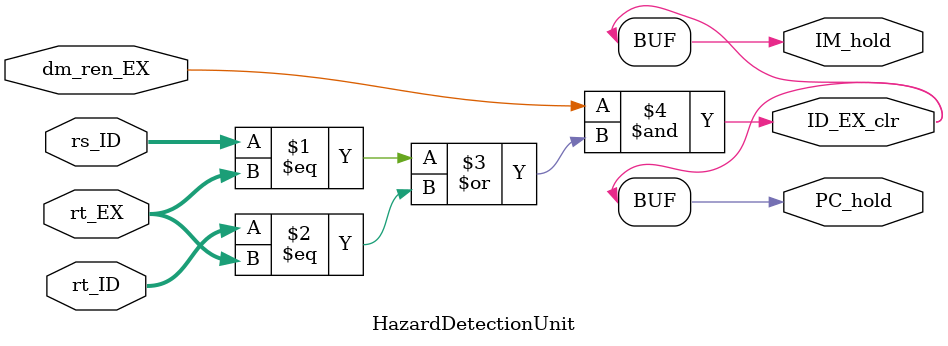
<source format=v>

`timescale 1ns/100ps

module HazardDetectionUnit (
    // from ID
    input   [4:0] rs_ID,
    input   [4:0] rt_ID,
    // from EX
    input         dm_ren_EX, 
    input   [4:0] rt_EX,    // When dm_ren == 1'b1, the read address is rt
    
    output        PC_hold,
    output        IM_hold,
    output        ID_EX_clr
);


assign PC_hold   = dm_ren_EX & ( (rs_ID == rt_EX) | (rt_ID == rt_EX) );
assign IM_hold   = PC_hold;
assign ID_EX_clr = PC_hold;

endmodule

</source>
